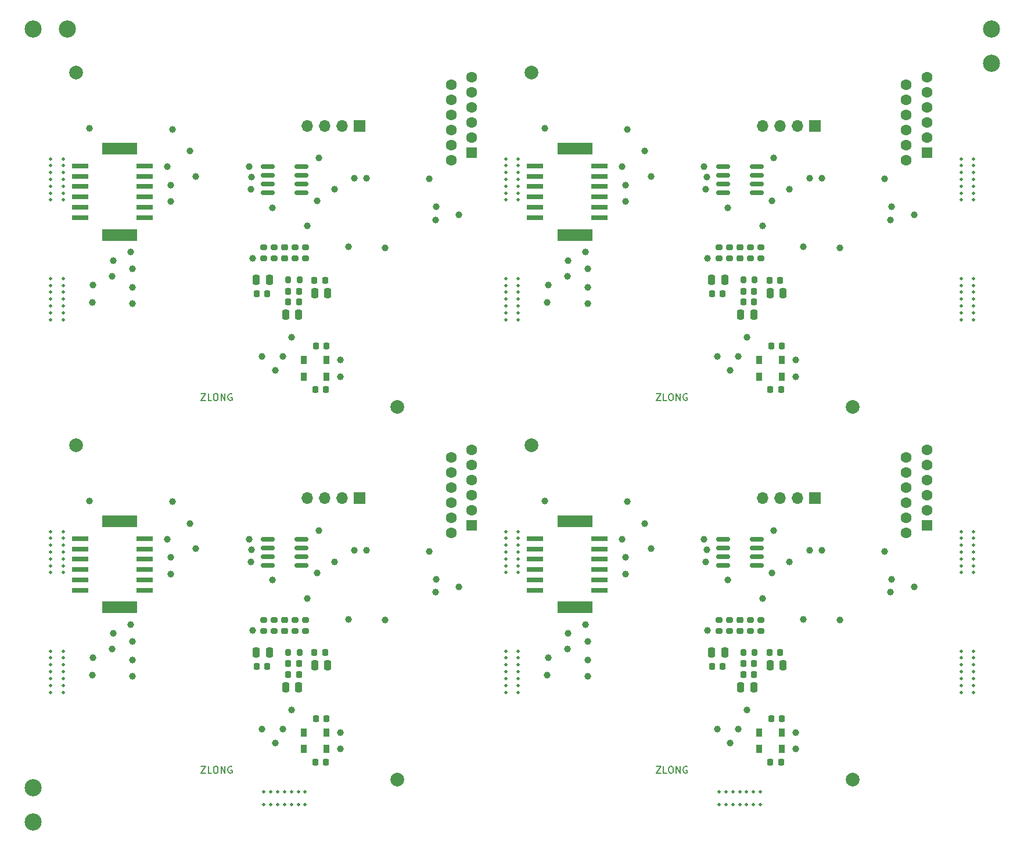
<source format=gbr>
%TF.GenerationSoftware,KiCad,Pcbnew,(6.0.0)*%
%TF.CreationDate,2022-01-03T10:41:28+08:00*%
%TF.ProjectId,SX7H02050048PB,53583748-3032-4303-9530-30343850422e,rev?*%
%TF.SameCoordinates,Original*%
%TF.FileFunction,Soldermask,Top*%
%TF.FilePolarity,Negative*%
%FSLAX46Y46*%
G04 Gerber Fmt 4.6, Leading zero omitted, Abs format (unit mm)*
G04 Created by KiCad (PCBNEW (6.0.0)) date 2022-01-03 10:41:28*
%MOMM*%
%LPD*%
G01*
G04 APERTURE LIST*
G04 Aperture macros list*
%AMRoundRect*
0 Rectangle with rounded corners*
0 $1 Rounding radius*
0 $2 $3 $4 $5 $6 $7 $8 $9 X,Y pos of 4 corners*
0 Add a 4 corners polygon primitive as box body*
4,1,4,$2,$3,$4,$5,$6,$7,$8,$9,$2,$3,0*
0 Add four circle primitives for the rounded corners*
1,1,$1+$1,$2,$3*
1,1,$1+$1,$4,$5*
1,1,$1+$1,$6,$7*
1,1,$1+$1,$8,$9*
0 Add four rect primitives between the rounded corners*
20,1,$1+$1,$2,$3,$4,$5,0*
20,1,$1+$1,$4,$5,$6,$7,0*
20,1,$1+$1,$6,$7,$8,$9,0*
20,1,$1+$1,$8,$9,$2,$3,0*%
G04 Aperture macros list end*
%ADD10C,0.150000*%
%ADD11C,0.500000*%
%ADD12RoundRect,0.225000X0.225000X0.250000X-0.225000X0.250000X-0.225000X-0.250000X0.225000X-0.250000X0*%
%ADD13RoundRect,0.200000X0.275000X-0.200000X0.275000X0.200000X-0.275000X0.200000X-0.275000X-0.200000X0*%
%ADD14C,1.000000*%
%ADD15RoundRect,0.250000X-0.250000X-0.475000X0.250000X-0.475000X0.250000X0.475000X-0.250000X0.475000X0*%
%ADD16R,2.450000X0.800000*%
%ADD17R,5.050000X1.800000*%
%ADD18RoundRect,0.200000X0.200000X0.275000X-0.200000X0.275000X-0.200000X-0.275000X0.200000X-0.275000X0*%
%ADD19R,0.900000X1.200000*%
%ADD20C,2.000000*%
%ADD21R,1.600000X1.600000*%
%ADD22C,1.600000*%
%ADD23RoundRect,0.225000X-0.250000X0.225000X-0.250000X-0.225000X0.250000X-0.225000X0.250000X0.225000X0*%
%ADD24RoundRect,0.200000X-0.275000X0.200000X-0.275000X-0.200000X0.275000X-0.200000X0.275000X0.200000X0*%
%ADD25RoundRect,0.250000X0.250000X0.475000X-0.250000X0.475000X-0.250000X-0.475000X0.250000X-0.475000X0*%
%ADD26RoundRect,0.225000X-0.225000X-0.250000X0.225000X-0.250000X0.225000X0.250000X-0.225000X0.250000X0*%
%ADD27R,1.700000X1.700000*%
%ADD28O,1.700000X1.700000*%
%ADD29RoundRect,0.150000X0.825000X0.150000X-0.825000X0.150000X-0.825000X-0.150000X0.825000X-0.150000X0*%
%ADD30C,2.500000*%
G04 APERTURE END LIST*
D10*
%TO.C,ZLONG_LOGO2*%
X113355283Y-130045494D02*
X114021950Y-130045494D01*
X113355283Y-131045494D01*
X114021950Y-131045494D01*
X114879093Y-131045494D02*
X114402902Y-131045494D01*
X114402902Y-130045494D01*
X115402902Y-130045494D02*
X115593378Y-130045494D01*
X115688617Y-130093114D01*
X115783855Y-130188352D01*
X115831474Y-130378828D01*
X115831474Y-130712161D01*
X115783855Y-130902637D01*
X115688617Y-130997875D01*
X115593378Y-131045494D01*
X115402902Y-131045494D01*
X115307664Y-130997875D01*
X115212426Y-130902637D01*
X115164807Y-130712161D01*
X115164807Y-130378828D01*
X115212426Y-130188352D01*
X115307664Y-130093114D01*
X115402902Y-130045494D01*
X116260045Y-131045494D02*
X116260045Y-130045494D01*
X116831474Y-131045494D01*
X116831474Y-130045494D01*
X117831474Y-130093114D02*
X117736236Y-130045494D01*
X117593378Y-130045494D01*
X117450521Y-130093114D01*
X117355283Y-130188352D01*
X117307664Y-130283590D01*
X117260045Y-130474066D01*
X117260045Y-130616923D01*
X117307664Y-130807399D01*
X117355283Y-130902637D01*
X117450521Y-130997875D01*
X117593378Y-131045494D01*
X117688617Y-131045494D01*
X117831474Y-130997875D01*
X117879093Y-130950256D01*
X117879093Y-130616923D01*
X117688617Y-130616923D01*
X47005283Y-130045494D02*
X47671950Y-130045494D01*
X47005283Y-131045494D01*
X47671950Y-131045494D01*
X48529093Y-131045494D02*
X48052902Y-131045494D01*
X48052902Y-130045494D01*
X49052902Y-130045494D02*
X49243378Y-130045494D01*
X49338617Y-130093114D01*
X49433855Y-130188352D01*
X49481474Y-130378828D01*
X49481474Y-130712161D01*
X49433855Y-130902637D01*
X49338617Y-130997875D01*
X49243378Y-131045494D01*
X49052902Y-131045494D01*
X48957664Y-130997875D01*
X48862426Y-130902637D01*
X48814807Y-130712161D01*
X48814807Y-130378828D01*
X48862426Y-130188352D01*
X48957664Y-130093114D01*
X49052902Y-130045494D01*
X49910045Y-131045494D02*
X49910045Y-130045494D01*
X50481474Y-131045494D01*
X50481474Y-130045494D01*
X51481474Y-130093114D02*
X51386236Y-130045494D01*
X51243378Y-130045494D01*
X51100521Y-130093114D01*
X51005283Y-130188352D01*
X50957664Y-130283590D01*
X50910045Y-130474066D01*
X50910045Y-130616923D01*
X50957664Y-130807399D01*
X51005283Y-130902637D01*
X51100521Y-130997875D01*
X51243378Y-131045494D01*
X51338617Y-131045494D01*
X51481474Y-130997875D01*
X51529093Y-130950256D01*
X51529093Y-130616923D01*
X51338617Y-130616923D01*
X113355283Y-75695433D02*
X114021950Y-75695433D01*
X113355283Y-76695433D01*
X114021950Y-76695433D01*
X114879093Y-76695433D02*
X114402902Y-76695433D01*
X114402902Y-75695433D01*
X115402902Y-75695433D02*
X115593378Y-75695433D01*
X115688617Y-75743053D01*
X115783855Y-75838291D01*
X115831474Y-76028767D01*
X115831474Y-76362100D01*
X115783855Y-76552576D01*
X115688617Y-76647814D01*
X115593378Y-76695433D01*
X115402902Y-76695433D01*
X115307664Y-76647814D01*
X115212426Y-76552576D01*
X115164807Y-76362100D01*
X115164807Y-76028767D01*
X115212426Y-75838291D01*
X115307664Y-75743053D01*
X115402902Y-75695433D01*
X116260045Y-76695433D02*
X116260045Y-75695433D01*
X116831474Y-76695433D01*
X116831474Y-75695433D01*
X117831474Y-75743053D02*
X117736236Y-75695433D01*
X117593378Y-75695433D01*
X117450521Y-75743053D01*
X117355283Y-75838291D01*
X117307664Y-75933529D01*
X117260045Y-76124005D01*
X117260045Y-76266862D01*
X117307664Y-76457338D01*
X117355283Y-76552576D01*
X117450521Y-76647814D01*
X117593378Y-76695433D01*
X117688617Y-76695433D01*
X117831474Y-76647814D01*
X117879093Y-76600195D01*
X117879093Y-76266862D01*
X117688617Y-76266862D01*
X47005283Y-75695433D02*
X47671950Y-75695433D01*
X47005283Y-76695433D01*
X47671950Y-76695433D01*
X48529093Y-76695433D02*
X48052902Y-76695433D01*
X48052902Y-75695433D01*
X49052902Y-75695433D02*
X49243378Y-75695433D01*
X49338617Y-75743053D01*
X49433855Y-75838291D01*
X49481474Y-76028767D01*
X49481474Y-76362100D01*
X49433855Y-76552576D01*
X49338617Y-76647814D01*
X49243378Y-76695433D01*
X49052902Y-76695433D01*
X48957664Y-76647814D01*
X48862426Y-76552576D01*
X48814807Y-76362100D01*
X48814807Y-76028767D01*
X48862426Y-75838291D01*
X48957664Y-75743053D01*
X49052902Y-75695433D01*
X49910045Y-76695433D02*
X49910045Y-75695433D01*
X50481474Y-76695433D01*
X50481474Y-75695433D01*
X51481474Y-75743053D02*
X51386236Y-75695433D01*
X51243378Y-75695433D01*
X51100521Y-75743053D01*
X51005283Y-75838291D01*
X50957664Y-75933529D01*
X50910045Y-76124005D01*
X50910045Y-76266862D01*
X50957664Y-76457338D01*
X51005283Y-76552576D01*
X51100521Y-76647814D01*
X51243378Y-76695433D01*
X51338617Y-76695433D01*
X51481474Y-76647814D01*
X51529093Y-76600195D01*
X51529093Y-76266862D01*
X51338617Y-76266862D01*
%TD*%
D11*
%TO.C,*%
X128525000Y-135600122D03*
%TD*%
%TO.C,*%
X122525000Y-135600122D03*
%TD*%
%TO.C,*%
X127525000Y-135600122D03*
%TD*%
%TO.C,*%
X123525000Y-135600122D03*
%TD*%
%TO.C,*%
X126525000Y-135600122D03*
%TD*%
%TO.C,*%
X124525000Y-135600122D03*
%TD*%
%TO.C,*%
X125525000Y-135600122D03*
%TD*%
%TO.C,*%
X128525000Y-133800122D03*
%TD*%
%TO.C,*%
X122525000Y-133800122D03*
%TD*%
%TO.C,*%
X127525000Y-133800122D03*
%TD*%
%TO.C,*%
X123525000Y-133800122D03*
%TD*%
%TO.C,*%
X126525000Y-133800122D03*
%TD*%
%TO.C,*%
X124525000Y-133800122D03*
%TD*%
%TO.C,*%
X125525000Y-133800122D03*
%TD*%
%TO.C,*%
X62175000Y-135600122D03*
%TD*%
%TO.C,*%
X56175000Y-135600122D03*
%TD*%
%TO.C,*%
X61175000Y-135600122D03*
%TD*%
%TO.C,*%
X57175000Y-135600122D03*
%TD*%
%TO.C,*%
X60175000Y-135600122D03*
%TD*%
%TO.C,*%
X58175000Y-135600122D03*
%TD*%
%TO.C,*%
X59175000Y-135600122D03*
%TD*%
%TO.C,*%
X62175000Y-133800122D03*
%TD*%
%TO.C,*%
X56175000Y-133800122D03*
%TD*%
%TO.C,*%
X61175000Y-133800122D03*
%TD*%
%TO.C,*%
X57175000Y-133800122D03*
%TD*%
%TO.C,*%
X60175000Y-133800122D03*
%TD*%
%TO.C,*%
X58175000Y-133800122D03*
%TD*%
%TO.C,*%
X59175000Y-133800122D03*
%TD*%
%TO.C,*%
X159600000Y-119250101D03*
%TD*%
%TO.C,*%
X159600000Y-113250101D03*
%TD*%
%TO.C,*%
X159600000Y-118250101D03*
%TD*%
%TO.C,*%
X159600000Y-114250101D03*
%TD*%
%TO.C,*%
X159600000Y-117250101D03*
%TD*%
%TO.C,*%
X159600000Y-115250101D03*
%TD*%
%TO.C,*%
X159600000Y-116250101D03*
%TD*%
%TO.C,*%
X157800000Y-119250101D03*
%TD*%
%TO.C,*%
X157800000Y-113250101D03*
%TD*%
%TO.C,*%
X157800000Y-118250101D03*
%TD*%
%TO.C,*%
X157800000Y-114250101D03*
%TD*%
%TO.C,*%
X157800000Y-117250101D03*
%TD*%
%TO.C,*%
X157800000Y-115250101D03*
%TD*%
%TO.C,*%
X157800000Y-116250101D03*
%TD*%
%TO.C,*%
X159600000Y-101800081D03*
%TD*%
%TO.C,*%
X159600000Y-95800081D03*
%TD*%
%TO.C,*%
X159600000Y-100800081D03*
%TD*%
%TO.C,*%
X159600000Y-96800081D03*
%TD*%
%TO.C,*%
X159600000Y-99800081D03*
%TD*%
%TO.C,*%
X159600000Y-97800081D03*
%TD*%
%TO.C,*%
X159600000Y-98800081D03*
%TD*%
%TO.C,*%
X157800000Y-101800081D03*
%TD*%
%TO.C,*%
X157800000Y-95800081D03*
%TD*%
%TO.C,*%
X157800000Y-100800081D03*
%TD*%
%TO.C,*%
X157800000Y-96800081D03*
%TD*%
%TO.C,*%
X157800000Y-99800081D03*
%TD*%
%TO.C,*%
X157800000Y-97800081D03*
%TD*%
%TO.C,*%
X157800000Y-98800081D03*
%TD*%
%TO.C,*%
X93250000Y-119250101D03*
%TD*%
%TO.C,*%
X93250000Y-113250101D03*
%TD*%
%TO.C,*%
X93250000Y-118250101D03*
%TD*%
%TO.C,*%
X93250000Y-114250101D03*
%TD*%
%TO.C,*%
X93250000Y-117250101D03*
%TD*%
%TO.C,*%
X93250000Y-115250101D03*
%TD*%
%TO.C,*%
X93250000Y-116250101D03*
%TD*%
%TO.C,*%
X91450000Y-119250101D03*
%TD*%
%TO.C,*%
X91450000Y-113250101D03*
%TD*%
%TO.C,*%
X91450000Y-118250101D03*
%TD*%
%TO.C,*%
X91450000Y-114250101D03*
%TD*%
%TO.C,*%
X91450000Y-117250101D03*
%TD*%
%TO.C,*%
X91450000Y-115250101D03*
%TD*%
%TO.C,*%
X91450000Y-116250101D03*
%TD*%
%TO.C,*%
X93250000Y-101800081D03*
%TD*%
%TO.C,*%
X93250000Y-95800081D03*
%TD*%
%TO.C,*%
X93250000Y-100800081D03*
%TD*%
%TO.C,*%
X93250000Y-96800081D03*
%TD*%
%TO.C,*%
X93250000Y-99800081D03*
%TD*%
%TO.C,*%
X93250000Y-97800081D03*
%TD*%
%TO.C,*%
X93250000Y-98800081D03*
%TD*%
%TO.C,*%
X91450000Y-101800081D03*
%TD*%
%TO.C,*%
X91450000Y-95800081D03*
%TD*%
%TO.C,*%
X91450000Y-100800081D03*
%TD*%
%TO.C,*%
X91450000Y-96800081D03*
%TD*%
%TO.C,*%
X91450000Y-99800081D03*
%TD*%
%TO.C,*%
X91450000Y-97800081D03*
%TD*%
%TO.C,*%
X91450000Y-98800081D03*
%TD*%
%TO.C,*%
X26900000Y-119250101D03*
%TD*%
%TO.C,*%
X26900000Y-113250101D03*
%TD*%
%TO.C,*%
X26900000Y-118250101D03*
%TD*%
%TO.C,*%
X26900000Y-114250101D03*
%TD*%
%TO.C,*%
X26900000Y-117250101D03*
%TD*%
%TO.C,*%
X26900000Y-115250101D03*
%TD*%
%TO.C,*%
X26900000Y-116250101D03*
%TD*%
%TO.C,*%
X25100000Y-119250101D03*
%TD*%
%TO.C,*%
X25100000Y-113250101D03*
%TD*%
%TO.C,*%
X25100000Y-118250101D03*
%TD*%
%TO.C,*%
X25100000Y-114250101D03*
%TD*%
%TO.C,*%
X25100000Y-117250101D03*
%TD*%
%TO.C,*%
X25100000Y-115250101D03*
%TD*%
%TO.C,*%
X25100000Y-116250101D03*
%TD*%
%TO.C,*%
X26900000Y-101800081D03*
%TD*%
%TO.C,*%
X26900000Y-95800081D03*
%TD*%
%TO.C,*%
X26900000Y-100800081D03*
%TD*%
%TO.C,*%
X26900000Y-96800081D03*
%TD*%
%TO.C,*%
X26900000Y-99800081D03*
%TD*%
%TO.C,*%
X26900000Y-97800081D03*
%TD*%
%TO.C,*%
X26900000Y-98800081D03*
%TD*%
%TO.C,*%
X25100000Y-101800081D03*
%TD*%
%TO.C,*%
X25100000Y-95800081D03*
%TD*%
%TO.C,*%
X25100000Y-100800081D03*
%TD*%
%TO.C,*%
X25100000Y-96800081D03*
%TD*%
%TO.C,*%
X25100000Y-99800081D03*
%TD*%
%TO.C,*%
X25100000Y-97800081D03*
%TD*%
%TO.C,*%
X25100000Y-98800081D03*
%TD*%
%TO.C,*%
X159600000Y-64900040D03*
%TD*%
%TO.C,*%
X159600000Y-58900040D03*
%TD*%
%TO.C,*%
X159600000Y-63900040D03*
%TD*%
%TO.C,*%
X159600000Y-59900040D03*
%TD*%
%TO.C,*%
X159600000Y-62900040D03*
%TD*%
%TO.C,*%
X159600000Y-60900040D03*
%TD*%
%TO.C,*%
X159600000Y-61900040D03*
%TD*%
%TO.C,*%
X157800000Y-64900040D03*
%TD*%
%TO.C,*%
X157800000Y-58900040D03*
%TD*%
%TO.C,*%
X157800000Y-63900040D03*
%TD*%
%TO.C,*%
X157800000Y-59900040D03*
%TD*%
%TO.C,*%
X157800000Y-62900040D03*
%TD*%
%TO.C,*%
X157800000Y-60900040D03*
%TD*%
%TO.C,*%
X157800000Y-61900040D03*
%TD*%
%TO.C,*%
X159600000Y-47450020D03*
%TD*%
%TO.C,*%
X159600000Y-41450020D03*
%TD*%
%TO.C,*%
X159600000Y-46450020D03*
%TD*%
%TO.C,*%
X159600000Y-42450020D03*
%TD*%
%TO.C,*%
X159600000Y-45450020D03*
%TD*%
%TO.C,*%
X159600000Y-43450020D03*
%TD*%
%TO.C,*%
X159600000Y-44450020D03*
%TD*%
%TO.C,*%
X157800000Y-47450020D03*
%TD*%
%TO.C,*%
X157800000Y-41450020D03*
%TD*%
%TO.C,*%
X157800000Y-46450020D03*
%TD*%
%TO.C,*%
X157800000Y-42450020D03*
%TD*%
%TO.C,*%
X157800000Y-45450020D03*
%TD*%
%TO.C,*%
X157800000Y-43450020D03*
%TD*%
%TO.C,*%
X157800000Y-44450020D03*
%TD*%
%TO.C,*%
X93250000Y-64900040D03*
%TD*%
%TO.C,*%
X93250000Y-58900040D03*
%TD*%
%TO.C,*%
X93250000Y-63900040D03*
%TD*%
%TO.C,*%
X93250000Y-59900040D03*
%TD*%
%TO.C,*%
X93250000Y-62900040D03*
%TD*%
%TO.C,*%
X93250000Y-60900040D03*
%TD*%
%TO.C,*%
X93250000Y-61900040D03*
%TD*%
%TO.C,*%
X91450000Y-64900040D03*
%TD*%
%TO.C,*%
X91450000Y-58900040D03*
%TD*%
%TO.C,*%
X91450000Y-63900040D03*
%TD*%
%TO.C,*%
X91450000Y-59900040D03*
%TD*%
%TO.C,*%
X91450000Y-62900040D03*
%TD*%
%TO.C,*%
X91450000Y-60900040D03*
%TD*%
%TO.C,*%
X91450000Y-61900040D03*
%TD*%
%TO.C,*%
X93250000Y-47450020D03*
%TD*%
%TO.C,*%
X93250000Y-41450020D03*
%TD*%
%TO.C,*%
X93250000Y-46450020D03*
%TD*%
%TO.C,*%
X93250000Y-42450020D03*
%TD*%
%TO.C,*%
X93250000Y-45450020D03*
%TD*%
%TO.C,*%
X93250000Y-43450020D03*
%TD*%
%TO.C,*%
X93250000Y-44450020D03*
%TD*%
%TO.C,*%
X91450000Y-47450020D03*
%TD*%
%TO.C,*%
X91450000Y-41450020D03*
%TD*%
%TO.C,*%
X91450000Y-46450020D03*
%TD*%
%TO.C,*%
X91450000Y-42450020D03*
%TD*%
%TO.C,*%
X91450000Y-45450020D03*
%TD*%
%TO.C,*%
X91450000Y-43450020D03*
%TD*%
%TO.C,*%
X91450000Y-44450020D03*
%TD*%
%TO.C,*%
X26900000Y-64900040D03*
%TD*%
%TO.C,*%
X26900000Y-58900040D03*
%TD*%
%TO.C,*%
X26900000Y-63900040D03*
%TD*%
%TO.C,*%
X26900000Y-59900040D03*
%TD*%
%TO.C,*%
X26900000Y-62900040D03*
%TD*%
%TO.C,*%
X26900000Y-60900040D03*
%TD*%
%TO.C,*%
X26900000Y-61900040D03*
%TD*%
%TO.C,*%
X25100000Y-64900040D03*
%TD*%
%TO.C,*%
X25100000Y-58900040D03*
%TD*%
%TO.C,*%
X25100000Y-63900040D03*
%TD*%
%TO.C,*%
X25100000Y-59900040D03*
%TD*%
%TO.C,*%
X25100000Y-62900040D03*
%TD*%
%TO.C,*%
X25100000Y-60900040D03*
%TD*%
%TO.C,*%
X25100000Y-61900040D03*
%TD*%
%TO.C,*%
X26900000Y-47450020D03*
%TD*%
%TO.C,*%
X26900000Y-41450020D03*
%TD*%
%TO.C,*%
X26900000Y-46450020D03*
%TD*%
%TO.C,*%
X26900000Y-42450020D03*
%TD*%
%TO.C,*%
X26900000Y-45450020D03*
%TD*%
%TO.C,*%
X26900000Y-43450020D03*
%TD*%
%TO.C,*%
X26900000Y-44450020D03*
%TD*%
%TO.C,*%
X25100000Y-47450020D03*
%TD*%
%TO.C,*%
X25100000Y-41450020D03*
%TD*%
%TO.C,*%
X25100000Y-46450020D03*
%TD*%
%TO.C,*%
X25100000Y-42450020D03*
%TD*%
%TO.C,*%
X25100000Y-45450020D03*
%TD*%
%TO.C,*%
X25100000Y-43450020D03*
%TD*%
%TO.C,*%
X25100000Y-44450020D03*
%TD*%
D12*
%TO.C,C120*%
X127623998Y-115099114D03*
X126073998Y-115099114D03*
%TD*%
D13*
%TO.C,R109*%
X128594998Y-110336114D03*
X128594998Y-108686114D03*
%TD*%
D14*
%TO.C,TP49*%
X108909998Y-99605114D03*
%TD*%
D15*
%TO.C,C117*%
X129930998Y-115353114D03*
X131830998Y-115353114D03*
%TD*%
D14*
%TO.C,TP55*%
X120593998Y-100240114D03*
%TD*%
%TO.C,TP63*%
X133674998Y-127545114D03*
%TD*%
%TO.C,TP84*%
X103347398Y-114565714D03*
%TD*%
%TO.C,TP31*%
X120847998Y-110273114D03*
%TD*%
%TO.C,TP44*%
X109163998Y-91477114D03*
%TD*%
%TO.C,TP70*%
X100400998Y-112940114D03*
%TD*%
%TO.C,TP68*%
X126562998Y-121830114D03*
%TD*%
%TO.C,TP46*%
X111703998Y-94652114D03*
%TD*%
%TO.C,TP45*%
X112592998Y-98335114D03*
%TD*%
%TO.C,TP65*%
X124149998Y-126656114D03*
%TD*%
D16*
%TO.C,J2*%
X95700999Y-104353614D03*
X105101006Y-104353614D03*
X95700999Y-102853614D03*
X105101006Y-102853614D03*
X95700999Y-101353615D03*
X105101006Y-101353615D03*
X95700999Y-99853613D03*
X105101006Y-99853613D03*
X95700999Y-98353613D03*
X105101006Y-98353613D03*
X95700999Y-96853614D03*
X105101006Y-96853614D03*
D17*
X101501013Y-106883614D03*
X101501013Y-94323614D03*
%TD*%
D18*
%TO.C,L103*%
X127707998Y-113448114D03*
X126057998Y-113448114D03*
%TD*%
D14*
%TO.C,TP74*%
X103347398Y-111822514D03*
%TD*%
%TO.C,TP91*%
X135706998Y-98589114D03*
%TD*%
%TO.C,TP85*%
X103067998Y-109384114D03*
%TD*%
%TO.C,TP54*%
X123768998Y-102907114D03*
%TD*%
%TO.C,TP78*%
X97606998Y-114210114D03*
%TD*%
D15*
%TO.C,C116*%
X121421998Y-113448114D03*
X123321998Y-113448114D03*
%TD*%
D19*
%TO.C,D107*%
X131641998Y-125132114D03*
X128341998Y-125132114D03*
%TD*%
D14*
%TO.C,TP64*%
X133674998Y-125132114D03*
%TD*%
%TO.C,TP96*%
X140151998Y-108749114D03*
%TD*%
%TO.C,TP95*%
X134817998Y-108622114D03*
%TD*%
D20*
%TO.C,MARK2*%
X141962998Y-131987114D03*
%TD*%
D13*
%TO.C,R116*%
X127070998Y-110336114D03*
X127070998Y-108686114D03*
%TD*%
D21*
%TO.C,J1*%
X152812998Y-94937114D03*
D22*
X152812998Y-92737114D03*
X152812998Y-90537114D03*
X152812998Y-88337114D03*
X152812998Y-86137114D03*
X152812998Y-83937114D03*
X149812998Y-96037114D03*
X149812998Y-93837114D03*
X149812998Y-91637114D03*
X149812998Y-89437114D03*
X149812998Y-87237114D03*
X149812998Y-85037114D03*
%TD*%
D12*
%TO.C,C135*%
X131528998Y-129450114D03*
X129978998Y-129450114D03*
%TD*%
D14*
%TO.C,TP53*%
X130499998Y-95668114D03*
%TD*%
D19*
%TO.C,D106*%
X131641998Y-127545114D03*
X128341998Y-127545114D03*
%TD*%
D23*
%TO.C,C122*%
X125546998Y-108736114D03*
X125546998Y-110286114D03*
%TD*%
D14*
%TO.C,TP56*%
X120339998Y-96938114D03*
%TD*%
%TO.C,TP59*%
X120720998Y-98462114D03*
%TD*%
%TO.C,TP11*%
X150946998Y-103923114D03*
%TD*%
%TO.C,TP10*%
X147644998Y-102780114D03*
%TD*%
%TO.C,TP3*%
X146628998Y-98716114D03*
%TD*%
%TO.C,TP83*%
X103347398Y-116927914D03*
%TD*%
D24*
%TO.C,R119*%
X122498998Y-108686114D03*
X122498998Y-110336114D03*
%TD*%
D14*
%TO.C,TP77*%
X97479998Y-116724714D03*
%TD*%
%TO.C,TP52*%
X130245998Y-101891114D03*
%TD*%
D25*
%TO.C,C119*%
X127578998Y-118528114D03*
X125678998Y-118528114D03*
%TD*%
D26*
%TO.C,C113*%
X121469998Y-115480114D03*
X123019998Y-115480114D03*
%TD*%
D27*
%TO.C,J101*%
X136458998Y-90969114D03*
D28*
X133918998Y-90969114D03*
X131378998Y-90969114D03*
X128838998Y-90969114D03*
%TD*%
D12*
%TO.C,C136*%
X131655998Y-123100114D03*
X130105998Y-123100114D03*
%TD*%
D14*
%TO.C,TP43*%
X108909998Y-102018114D03*
%TD*%
D24*
%TO.C,R110*%
X124022998Y-108686114D03*
X124022998Y-110336114D03*
%TD*%
D14*
%TO.C,TP67*%
X122244998Y-124624114D03*
%TD*%
%TO.C,TP28*%
X128848998Y-105574114D03*
%TD*%
%TO.C,TP48*%
X97098998Y-91350114D03*
%TD*%
D29*
%TO.C,U103*%
X128021998Y-100748114D03*
X128021998Y-99478114D03*
X128021998Y-98208114D03*
X128021998Y-96938114D03*
X123071998Y-96938114D03*
X123071998Y-98208114D03*
X123071998Y-99478114D03*
X123071998Y-100748114D03*
%TD*%
D14*
%TO.C,TP92*%
X137484998Y-98589114D03*
%TD*%
%TO.C,TP93*%
X132785998Y-100240114D03*
%TD*%
%TO.C,TP66*%
X125292998Y-124624114D03*
%TD*%
D26*
%TO.C,C118*%
X129885998Y-113486354D03*
X131435998Y-113486354D03*
%TD*%
D20*
%TO.C,MARK1*%
X95162998Y-83187114D03*
%TD*%
D14*
%TO.C,TP79*%
X100527998Y-110654114D03*
%TD*%
D12*
%TO.C,C121*%
X127623998Y-116665354D03*
X126073998Y-116665354D03*
%TD*%
D14*
%TO.C,TP6*%
X147517998Y-104685114D03*
%TD*%
%TO.C,TP50*%
X108401998Y-96938114D03*
%TD*%
D12*
%TO.C,C120*%
X61273998Y-115099114D03*
X59723998Y-115099114D03*
%TD*%
D13*
%TO.C,R109*%
X62244998Y-110336114D03*
X62244998Y-108686114D03*
%TD*%
D14*
%TO.C,TP49*%
X42559998Y-99605114D03*
%TD*%
D15*
%TO.C,C117*%
X63580998Y-115353114D03*
X65480998Y-115353114D03*
%TD*%
D14*
%TO.C,TP55*%
X54243998Y-100240114D03*
%TD*%
%TO.C,TP63*%
X67324998Y-127545114D03*
%TD*%
%TO.C,TP84*%
X36997398Y-114565714D03*
%TD*%
%TO.C,TP31*%
X54497998Y-110273114D03*
%TD*%
%TO.C,TP44*%
X42813998Y-91477114D03*
%TD*%
%TO.C,TP70*%
X34050998Y-112940114D03*
%TD*%
%TO.C,TP68*%
X60212998Y-121830114D03*
%TD*%
%TO.C,TP46*%
X45353998Y-94652114D03*
%TD*%
%TO.C,TP45*%
X46242998Y-98335114D03*
%TD*%
%TO.C,TP65*%
X57799998Y-126656114D03*
%TD*%
D16*
%TO.C,J2*%
X29350999Y-104353614D03*
X38751006Y-104353614D03*
X29350999Y-102853614D03*
X38751006Y-102853614D03*
X29350999Y-101353615D03*
X38751006Y-101353615D03*
X29350999Y-99853613D03*
X38751006Y-99853613D03*
X29350999Y-98353613D03*
X38751006Y-98353613D03*
X29350999Y-96853614D03*
X38751006Y-96853614D03*
D17*
X35151013Y-106883614D03*
X35151013Y-94323614D03*
%TD*%
D18*
%TO.C,L103*%
X61357998Y-113448114D03*
X59707998Y-113448114D03*
%TD*%
D14*
%TO.C,TP74*%
X36997398Y-111822514D03*
%TD*%
%TO.C,TP91*%
X69356998Y-98589114D03*
%TD*%
%TO.C,TP85*%
X36717998Y-109384114D03*
%TD*%
%TO.C,TP54*%
X57418998Y-102907114D03*
%TD*%
%TO.C,TP78*%
X31256998Y-114210114D03*
%TD*%
D15*
%TO.C,C116*%
X55071998Y-113448114D03*
X56971998Y-113448114D03*
%TD*%
D19*
%TO.C,D107*%
X65291998Y-125132114D03*
X61991998Y-125132114D03*
%TD*%
D14*
%TO.C,TP64*%
X67324998Y-125132114D03*
%TD*%
%TO.C,TP96*%
X73801998Y-108749114D03*
%TD*%
%TO.C,TP95*%
X68467998Y-108622114D03*
%TD*%
D20*
%TO.C,MARK2*%
X75612998Y-131987114D03*
%TD*%
D13*
%TO.C,R116*%
X60720998Y-110336114D03*
X60720998Y-108686114D03*
%TD*%
D21*
%TO.C,J1*%
X86462998Y-94937114D03*
D22*
X86462998Y-92737114D03*
X86462998Y-90537114D03*
X86462998Y-88337114D03*
X86462998Y-86137114D03*
X86462998Y-83937114D03*
X83462998Y-96037114D03*
X83462998Y-93837114D03*
X83462998Y-91637114D03*
X83462998Y-89437114D03*
X83462998Y-87237114D03*
X83462998Y-85037114D03*
%TD*%
D12*
%TO.C,C135*%
X65178998Y-129450114D03*
X63628998Y-129450114D03*
%TD*%
D14*
%TO.C,TP53*%
X64149998Y-95668114D03*
%TD*%
D19*
%TO.C,D106*%
X65291998Y-127545114D03*
X61991998Y-127545114D03*
%TD*%
D23*
%TO.C,C122*%
X59196998Y-108736114D03*
X59196998Y-110286114D03*
%TD*%
D14*
%TO.C,TP56*%
X53989998Y-96938114D03*
%TD*%
%TO.C,TP59*%
X54370998Y-98462114D03*
%TD*%
%TO.C,TP11*%
X84596998Y-103923114D03*
%TD*%
%TO.C,TP10*%
X81294998Y-102780114D03*
%TD*%
%TO.C,TP3*%
X80278998Y-98716114D03*
%TD*%
%TO.C,TP83*%
X36997398Y-116927914D03*
%TD*%
D24*
%TO.C,R119*%
X56148998Y-108686114D03*
X56148998Y-110336114D03*
%TD*%
D14*
%TO.C,TP77*%
X31129998Y-116724714D03*
%TD*%
%TO.C,TP52*%
X63895998Y-101891114D03*
%TD*%
D25*
%TO.C,C119*%
X61228998Y-118528114D03*
X59328998Y-118528114D03*
%TD*%
D26*
%TO.C,C113*%
X55119998Y-115480114D03*
X56669998Y-115480114D03*
%TD*%
D27*
%TO.C,J101*%
X70108998Y-90969114D03*
D28*
X67568998Y-90969114D03*
X65028998Y-90969114D03*
X62488998Y-90969114D03*
%TD*%
D12*
%TO.C,C136*%
X65305998Y-123100114D03*
X63755998Y-123100114D03*
%TD*%
D14*
%TO.C,TP43*%
X42559998Y-102018114D03*
%TD*%
D24*
%TO.C,R110*%
X57672998Y-108686114D03*
X57672998Y-110336114D03*
%TD*%
D14*
%TO.C,TP67*%
X55894998Y-124624114D03*
%TD*%
%TO.C,TP28*%
X62498998Y-105574114D03*
%TD*%
%TO.C,TP48*%
X30748998Y-91350114D03*
%TD*%
D29*
%TO.C,U103*%
X61671998Y-100748114D03*
X61671998Y-99478114D03*
X61671998Y-98208114D03*
X61671998Y-96938114D03*
X56721998Y-96938114D03*
X56721998Y-98208114D03*
X56721998Y-99478114D03*
X56721998Y-100748114D03*
%TD*%
D14*
%TO.C,TP92*%
X71134998Y-98589114D03*
%TD*%
%TO.C,TP93*%
X66435998Y-100240114D03*
%TD*%
%TO.C,TP66*%
X58942998Y-124624114D03*
%TD*%
D26*
%TO.C,C118*%
X63535998Y-113486354D03*
X65085998Y-113486354D03*
%TD*%
D20*
%TO.C,MARK1*%
X28812998Y-83187114D03*
%TD*%
D14*
%TO.C,TP79*%
X34177998Y-110654114D03*
%TD*%
D12*
%TO.C,C121*%
X61273998Y-116665354D03*
X59723998Y-116665354D03*
%TD*%
D14*
%TO.C,TP6*%
X81167998Y-104685114D03*
%TD*%
%TO.C,TP50*%
X42051998Y-96938114D03*
%TD*%
D12*
%TO.C,C120*%
X127623998Y-60749053D03*
X126073998Y-60749053D03*
%TD*%
D13*
%TO.C,R109*%
X128594998Y-55986053D03*
X128594998Y-54336053D03*
%TD*%
D14*
%TO.C,TP49*%
X108909998Y-45255053D03*
%TD*%
D15*
%TO.C,C117*%
X129930998Y-61003053D03*
X131830998Y-61003053D03*
%TD*%
D14*
%TO.C,TP55*%
X120593998Y-45890053D03*
%TD*%
%TO.C,TP63*%
X133674998Y-73195053D03*
%TD*%
%TO.C,TP84*%
X103347398Y-60215653D03*
%TD*%
%TO.C,TP31*%
X120847998Y-55923053D03*
%TD*%
%TO.C,TP44*%
X109163998Y-37127053D03*
%TD*%
%TO.C,TP70*%
X100400998Y-58590053D03*
%TD*%
%TO.C,TP68*%
X126562998Y-67480053D03*
%TD*%
%TO.C,TP46*%
X111703998Y-40302053D03*
%TD*%
%TO.C,TP45*%
X112592998Y-43985053D03*
%TD*%
%TO.C,TP65*%
X124149998Y-72306053D03*
%TD*%
D16*
%TO.C,J2*%
X95700999Y-50003553D03*
X105101006Y-50003553D03*
X95700999Y-48503553D03*
X105101006Y-48503553D03*
X95700999Y-47003554D03*
X105101006Y-47003554D03*
X95700999Y-45503552D03*
X105101006Y-45503552D03*
X95700999Y-44003552D03*
X105101006Y-44003552D03*
X95700999Y-42503553D03*
X105101006Y-42503553D03*
D17*
X101501013Y-52533553D03*
X101501013Y-39973553D03*
%TD*%
D18*
%TO.C,L103*%
X127707998Y-59098053D03*
X126057998Y-59098053D03*
%TD*%
D14*
%TO.C,TP74*%
X103347398Y-57472453D03*
%TD*%
%TO.C,TP91*%
X135706998Y-44239053D03*
%TD*%
%TO.C,TP85*%
X103067998Y-55034053D03*
%TD*%
%TO.C,TP54*%
X123768998Y-48557053D03*
%TD*%
%TO.C,TP78*%
X97606998Y-59860053D03*
%TD*%
D15*
%TO.C,C116*%
X121421998Y-59098053D03*
X123321998Y-59098053D03*
%TD*%
D19*
%TO.C,D107*%
X131641998Y-70782053D03*
X128341998Y-70782053D03*
%TD*%
D14*
%TO.C,TP64*%
X133674998Y-70782053D03*
%TD*%
%TO.C,TP96*%
X140151998Y-54399053D03*
%TD*%
%TO.C,TP95*%
X134817998Y-54272053D03*
%TD*%
D20*
%TO.C,MARK2*%
X141962998Y-77637053D03*
%TD*%
D13*
%TO.C,R116*%
X127070998Y-55986053D03*
X127070998Y-54336053D03*
%TD*%
D21*
%TO.C,J1*%
X152812998Y-40587053D03*
D22*
X152812998Y-38387053D03*
X152812998Y-36187053D03*
X152812998Y-33987053D03*
X152812998Y-31787053D03*
X152812998Y-29587053D03*
X149812998Y-41687053D03*
X149812998Y-39487053D03*
X149812998Y-37287053D03*
X149812998Y-35087053D03*
X149812998Y-32887053D03*
X149812998Y-30687053D03*
%TD*%
D12*
%TO.C,C135*%
X131528998Y-75100053D03*
X129978998Y-75100053D03*
%TD*%
D14*
%TO.C,TP53*%
X130499998Y-41318053D03*
%TD*%
D19*
%TO.C,D106*%
X131641998Y-73195053D03*
X128341998Y-73195053D03*
%TD*%
D23*
%TO.C,C122*%
X125546998Y-54386053D03*
X125546998Y-55936053D03*
%TD*%
D14*
%TO.C,TP56*%
X120339998Y-42588053D03*
%TD*%
%TO.C,TP59*%
X120720998Y-44112053D03*
%TD*%
%TO.C,TP11*%
X150946998Y-49573053D03*
%TD*%
%TO.C,TP10*%
X147644998Y-48430053D03*
%TD*%
%TO.C,TP3*%
X146628998Y-44366053D03*
%TD*%
%TO.C,TP83*%
X103347398Y-62577853D03*
%TD*%
D24*
%TO.C,R119*%
X122498998Y-54336053D03*
X122498998Y-55986053D03*
%TD*%
D14*
%TO.C,TP77*%
X97479998Y-62374653D03*
%TD*%
%TO.C,TP52*%
X130245998Y-47541053D03*
%TD*%
D25*
%TO.C,C119*%
X127578998Y-64178053D03*
X125678998Y-64178053D03*
%TD*%
D26*
%TO.C,C113*%
X121469998Y-61130053D03*
X123019998Y-61130053D03*
%TD*%
D27*
%TO.C,J101*%
X136458998Y-36619053D03*
D28*
X133918998Y-36619053D03*
X131378998Y-36619053D03*
X128838998Y-36619053D03*
%TD*%
D12*
%TO.C,C136*%
X131655998Y-68750053D03*
X130105998Y-68750053D03*
%TD*%
D14*
%TO.C,TP43*%
X108909998Y-47668053D03*
%TD*%
D24*
%TO.C,R110*%
X124022998Y-54336053D03*
X124022998Y-55986053D03*
%TD*%
D14*
%TO.C,TP67*%
X122244998Y-70274053D03*
%TD*%
%TO.C,TP28*%
X128848998Y-51224053D03*
%TD*%
%TO.C,TP48*%
X97098998Y-37000053D03*
%TD*%
D29*
%TO.C,U103*%
X128021998Y-46398053D03*
X128021998Y-45128053D03*
X128021998Y-43858053D03*
X128021998Y-42588053D03*
X123071998Y-42588053D03*
X123071998Y-43858053D03*
X123071998Y-45128053D03*
X123071998Y-46398053D03*
%TD*%
D14*
%TO.C,TP92*%
X137484998Y-44239053D03*
%TD*%
%TO.C,TP93*%
X132785998Y-45890053D03*
%TD*%
%TO.C,TP66*%
X125292998Y-70274053D03*
%TD*%
D26*
%TO.C,C118*%
X129885998Y-59136293D03*
X131435998Y-59136293D03*
%TD*%
D20*
%TO.C,MARK1*%
X95162998Y-28837053D03*
%TD*%
D14*
%TO.C,TP79*%
X100527998Y-56304053D03*
%TD*%
D12*
%TO.C,C121*%
X127623998Y-62315293D03*
X126073998Y-62315293D03*
%TD*%
D14*
%TO.C,TP6*%
X147517998Y-50335053D03*
%TD*%
%TO.C,TP50*%
X108401998Y-42588053D03*
%TD*%
D12*
%TO.C,C120*%
X61273998Y-60749053D03*
X59723998Y-60749053D03*
%TD*%
D13*
%TO.C,R109*%
X62244998Y-55986053D03*
X62244998Y-54336053D03*
%TD*%
D14*
%TO.C,TP49*%
X42559998Y-45255053D03*
%TD*%
D15*
%TO.C,C117*%
X63580998Y-61003053D03*
X65480998Y-61003053D03*
%TD*%
D14*
%TO.C,TP55*%
X54243998Y-45890053D03*
%TD*%
%TO.C,TP63*%
X67324998Y-73195053D03*
%TD*%
%TO.C,TP84*%
X36997398Y-60215653D03*
%TD*%
%TO.C,TP31*%
X54497998Y-55923053D03*
%TD*%
%TO.C,TP44*%
X42813998Y-37127053D03*
%TD*%
%TO.C,TP70*%
X34050998Y-58590053D03*
%TD*%
%TO.C,TP68*%
X60212998Y-67480053D03*
%TD*%
%TO.C,TP46*%
X45353998Y-40302053D03*
%TD*%
%TO.C,TP45*%
X46242998Y-43985053D03*
%TD*%
%TO.C,TP65*%
X57799998Y-72306053D03*
%TD*%
D16*
%TO.C,J2*%
X29350999Y-50003553D03*
X38751006Y-50003553D03*
X29350999Y-48503553D03*
X38751006Y-48503553D03*
X29350999Y-47003554D03*
X38751006Y-47003554D03*
X29350999Y-45503552D03*
X38751006Y-45503552D03*
X29350999Y-44003552D03*
X38751006Y-44003552D03*
X29350999Y-42503553D03*
X38751006Y-42503553D03*
D17*
X35151013Y-52533553D03*
X35151013Y-39973553D03*
%TD*%
D18*
%TO.C,L103*%
X61357998Y-59098053D03*
X59707998Y-59098053D03*
%TD*%
D14*
%TO.C,TP74*%
X36997398Y-57472453D03*
%TD*%
%TO.C,TP91*%
X69356998Y-44239053D03*
%TD*%
%TO.C,TP85*%
X36717998Y-55034053D03*
%TD*%
%TO.C,TP54*%
X57418998Y-48557053D03*
%TD*%
%TO.C,TP78*%
X31256998Y-59860053D03*
%TD*%
D15*
%TO.C,C116*%
X55071998Y-59098053D03*
X56971998Y-59098053D03*
%TD*%
D19*
%TO.C,D107*%
X65291998Y-70782053D03*
X61991998Y-70782053D03*
%TD*%
D14*
%TO.C,TP64*%
X67324998Y-70782053D03*
%TD*%
%TO.C,TP96*%
X73801998Y-54399053D03*
%TD*%
%TO.C,TP95*%
X68467998Y-54272053D03*
%TD*%
D20*
%TO.C,MARK2*%
X75612998Y-77637053D03*
%TD*%
D13*
%TO.C,R116*%
X60720998Y-55986053D03*
X60720998Y-54336053D03*
%TD*%
D21*
%TO.C,J1*%
X86462998Y-40587053D03*
D22*
X86462998Y-38387053D03*
X86462998Y-36187053D03*
X86462998Y-33987053D03*
X86462998Y-31787053D03*
X86462998Y-29587053D03*
X83462998Y-41687053D03*
X83462998Y-39487053D03*
X83462998Y-37287053D03*
X83462998Y-35087053D03*
X83462998Y-32887053D03*
X83462998Y-30687053D03*
%TD*%
D12*
%TO.C,C135*%
X65178998Y-75100053D03*
X63628998Y-75100053D03*
%TD*%
D14*
%TO.C,TP53*%
X64149998Y-41318053D03*
%TD*%
D19*
%TO.C,D106*%
X65291998Y-73195053D03*
X61991998Y-73195053D03*
%TD*%
D23*
%TO.C,C122*%
X59196998Y-54386053D03*
X59196998Y-55936053D03*
%TD*%
D14*
%TO.C,TP56*%
X53989998Y-42588053D03*
%TD*%
%TO.C,TP59*%
X54370998Y-44112053D03*
%TD*%
%TO.C,TP11*%
X84596998Y-49573053D03*
%TD*%
%TO.C,TP10*%
X81294998Y-48430053D03*
%TD*%
%TO.C,TP3*%
X80278998Y-44366053D03*
%TD*%
%TO.C,TP83*%
X36997398Y-62577853D03*
%TD*%
D24*
%TO.C,R119*%
X56148998Y-54336053D03*
X56148998Y-55986053D03*
%TD*%
D14*
%TO.C,TP77*%
X31129998Y-62374653D03*
%TD*%
%TO.C,TP52*%
X63895998Y-47541053D03*
%TD*%
D25*
%TO.C,C119*%
X61228998Y-64178053D03*
X59328998Y-64178053D03*
%TD*%
D26*
%TO.C,C113*%
X55119998Y-61130053D03*
X56669998Y-61130053D03*
%TD*%
D27*
%TO.C,J101*%
X70108998Y-36619053D03*
D28*
X67568998Y-36619053D03*
X65028998Y-36619053D03*
X62488998Y-36619053D03*
%TD*%
D12*
%TO.C,C136*%
X65305998Y-68750053D03*
X63755998Y-68750053D03*
%TD*%
D14*
%TO.C,TP43*%
X42559998Y-47668053D03*
%TD*%
D24*
%TO.C,R110*%
X57672998Y-54336053D03*
X57672998Y-55986053D03*
%TD*%
D14*
%TO.C,TP67*%
X55894998Y-70274053D03*
%TD*%
%TO.C,TP28*%
X62498998Y-51224053D03*
%TD*%
%TO.C,TP48*%
X30748998Y-37000053D03*
%TD*%
D29*
%TO.C,U103*%
X61671998Y-46398053D03*
X61671998Y-45128053D03*
X61671998Y-43858053D03*
X61671998Y-42588053D03*
X56721998Y-42588053D03*
X56721998Y-43858053D03*
X56721998Y-45128053D03*
X56721998Y-46398053D03*
%TD*%
D14*
%TO.C,TP92*%
X71134998Y-44239053D03*
%TD*%
%TO.C,TP93*%
X66435998Y-45890053D03*
%TD*%
%TO.C,TP66*%
X58942998Y-70274053D03*
%TD*%
D26*
%TO.C,C118*%
X63535998Y-59136293D03*
X65085998Y-59136293D03*
%TD*%
D20*
%TO.C,MARK1*%
X28812998Y-28837053D03*
%TD*%
D14*
%TO.C,TP79*%
X34177998Y-56304053D03*
%TD*%
D12*
%TO.C,C121*%
X61273998Y-62315293D03*
X59723998Y-62315293D03*
%TD*%
D14*
%TO.C,TP6*%
X81167998Y-50335053D03*
%TD*%
%TO.C,TP50*%
X42051998Y-42588053D03*
%TD*%
D30*
%TO.C,*%
X22500000Y-133200122D03*
%TD*%
%TO.C,*%
X162200000Y-27500000D03*
%TD*%
%TO.C,*%
X27500000Y-22500000D03*
%TD*%
%TO.C,*%
X22500000Y-138200122D03*
%TD*%
%TO.C,*%
X162200000Y-22500000D03*
%TD*%
%TO.C,*%
X22500000Y-22500000D03*
%TD*%
M02*

</source>
